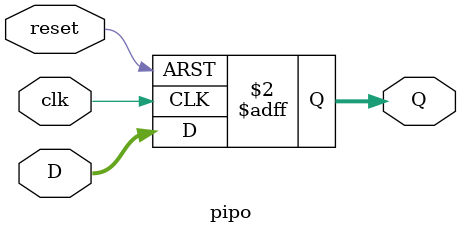
<source format=v>
module pipo(D,clk,Q,reset);
parameter n = 4;

input [3:0] D;
input clk,reset;
output reg[3:0] Q;

always @(posedge clk, posedge reset) begin
    if(reset) Q<= 4'b0000;
    else Q<=D;
end
endmodule
</source>
